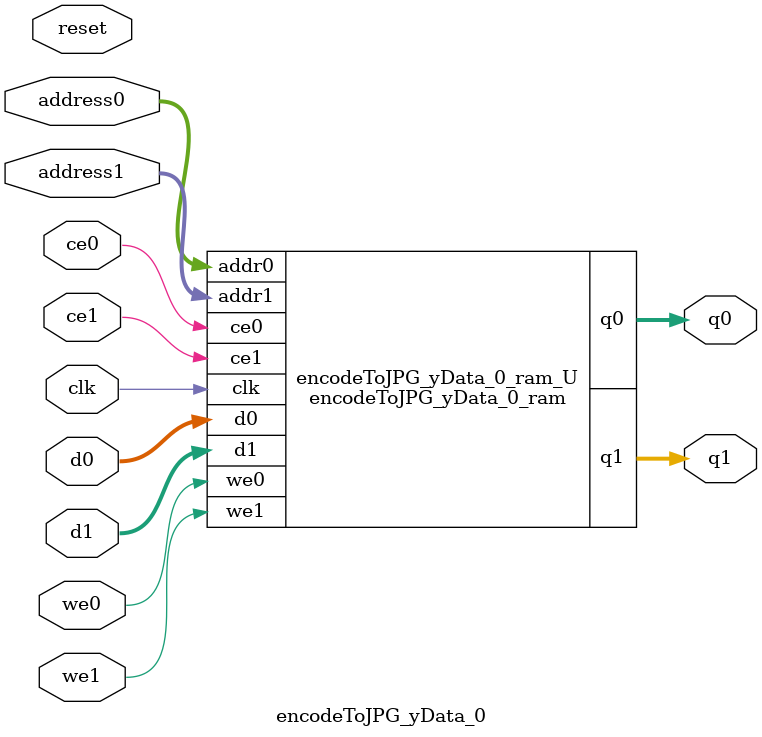
<source format=v>
`timescale 1 ns / 1 ps
module encodeToJPG_yData_0_ram (addr0, ce0, d0, we0, q0, addr1, ce1, d1, we1, q1,  clk);

parameter DWIDTH = 8;
parameter AWIDTH = 3;
parameter MEM_SIZE = 8;

input[AWIDTH-1:0] addr0;
input ce0;
input[DWIDTH-1:0] d0;
input we0;
output reg[DWIDTH-1:0] q0;
input[AWIDTH-1:0] addr1;
input ce1;
input[DWIDTH-1:0] d1;
input we1;
output reg[DWIDTH-1:0] q1;
input clk;

(* ram_style = "block" *)reg [DWIDTH-1:0] ram[0:MEM_SIZE-1];




always @(posedge clk)  
begin 
    if (ce0) 
    begin
        if (we0) 
        begin 
            ram[addr0] <= d0; 
        end 
        q0 <= ram[addr0];
    end
end


always @(posedge clk)  
begin 
    if (ce1) 
    begin
        if (we1) 
        begin 
            ram[addr1] <= d1; 
        end 
        q1 <= ram[addr1];
    end
end


endmodule

`timescale 1 ns / 1 ps
module encodeToJPG_yData_0(
    reset,
    clk,
    address0,
    ce0,
    we0,
    d0,
    q0,
    address1,
    ce1,
    we1,
    d1,
    q1);

parameter DataWidth = 32'd8;
parameter AddressRange = 32'd8;
parameter AddressWidth = 32'd3;
input reset;
input clk;
input[AddressWidth - 1:0] address0;
input ce0;
input we0;
input[DataWidth - 1:0] d0;
output[DataWidth - 1:0] q0;
input[AddressWidth - 1:0] address1;
input ce1;
input we1;
input[DataWidth - 1:0] d1;
output[DataWidth - 1:0] q1;



encodeToJPG_yData_0_ram encodeToJPG_yData_0_ram_U(
    .clk( clk ),
    .addr0( address0 ),
    .ce0( ce0 ),
    .we0( we0 ),
    .d0( d0 ),
    .q0( q0 ),
    .addr1( address1 ),
    .ce1( ce1 ),
    .we1( we1 ),
    .d1( d1 ),
    .q1( q1 ));

endmodule


</source>
